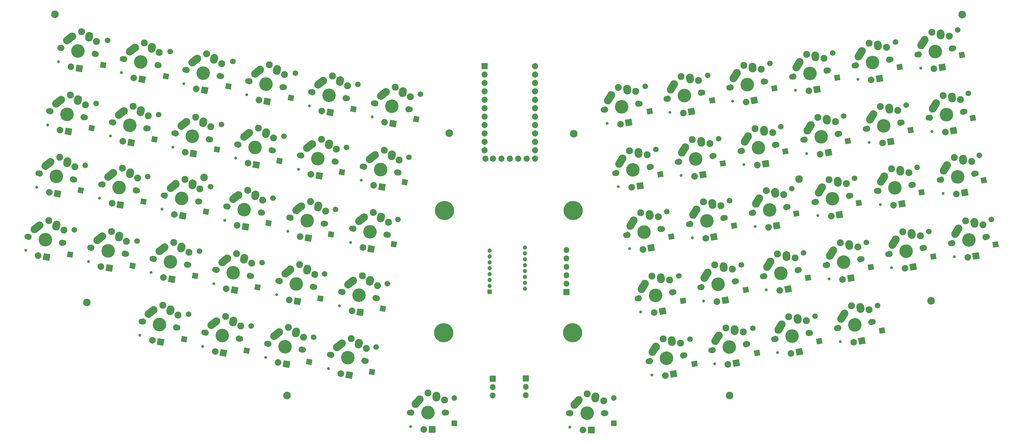
<source format=gbr>
G04 #@! TF.GenerationSoftware,KiCad,Pcbnew,(6.0.7)*
G04 #@! TF.CreationDate,2022-11-03T11:55:31-07:00*
G04 #@! TF.ProjectId,gigan rev2,67696761-6e20-4726-9576-322e6b696361,rev?*
G04 #@! TF.SameCoordinates,Original*
G04 #@! TF.FileFunction,Soldermask,Top*
G04 #@! TF.FilePolarity,Negative*
%FSLAX46Y46*%
G04 Gerber Fmt 4.6, Leading zero omitted, Abs format (unit mm)*
G04 Created by KiCad (PCBNEW (6.0.7)) date 2022-11-03 11:55:31*
%MOMM*%
%LPD*%
G01*
G04 APERTURE LIST*
G04 Aperture macros list*
%AMRoundRect*
0 Rectangle with rounded corners*
0 $1 Rounding radius*
0 $2 $3 $4 $5 $6 $7 $8 $9 X,Y pos of 4 corners*
0 Add a 4 corners polygon primitive as box body*
4,1,4,$2,$3,$4,$5,$6,$7,$8,$9,$2,$3,0*
0 Add four circle primitives for the rounded corners*
1,1,$1+$1,$2,$3*
1,1,$1+$1,$4,$5*
1,1,$1+$1,$6,$7*
1,1,$1+$1,$8,$9*
0 Add four rect primitives between the rounded corners*
20,1,$1+$1,$2,$3,$4,$5,0*
20,1,$1+$1,$4,$5,$6,$7,0*
20,1,$1+$1,$6,$7,$8,$9,0*
20,1,$1+$1,$8,$9,$2,$3,0*%
%AMHorizOval*
0 Thick line with rounded ends*
0 $1 width*
0 $2 $3 position (X,Y) of the first rounded end (center of the circle)*
0 $4 $5 position (X,Y) of the second rounded end (center of the circle)*
0 Add line between two ends*
20,1,$1,$2,$3,$4,$5,0*
0 Add two circle primitives to create the rounded ends*
1,1,$1,$2,$3*
1,1,$1,$4,$5*%
G04 Aperture macros list end*
%ADD10RoundRect,0.051000X0.648928X-0.926765X0.926765X0.648928X-0.648928X0.926765X-0.926765X-0.648928X0*%
%ADD11HorizOval,1.702000X0.000000X0.000000X0.000000X0.000000X0*%
%ADD12C,1.802000*%
%ADD13C,1.852000*%
%ADD14C,0.902000*%
%ADD15C,4.089800*%
%ADD16HorizOval,2.352000X0.771809X0.605175X-0.771809X-0.605175X0*%
%ADD17C,2.352000*%
%ADD18C,2.102000*%
%ADD19HorizOval,2.352000X0.069832X0.282177X-0.069832X-0.282177X0*%
%ADD20C,2.007000*%
%ADD21RoundRect,0.051000X-1.103429X-0.772629X0.772629X-1.103429X1.103429X0.772629X-0.772629X1.103429X0*%
%ADD22HorizOval,2.352000X0.654995X0.730004X-0.654995X-0.730004X0*%
%ADD23HorizOval,2.352000X0.019771X0.290016X-0.019771X-0.290016X0*%
%ADD24RoundRect,0.051000X-0.952500X-0.952500X0.952500X-0.952500X0.952500X0.952500X-0.952500X0.952500X0*%
%ADD25RoundRect,0.051000X0.926765X-0.648928X0.648928X0.926765X-0.926765X0.648928X-0.648928X-0.926765X0*%
%ADD26HorizOval,1.702000X0.000000X0.000000X0.000000X0.000000X0*%
%ADD27HorizOval,2.352000X0.518281X0.832653X-0.518281X-0.832653X0*%
%ADD28HorizOval,2.352000X-0.030890X0.289043X0.030890X-0.289043X0*%
%ADD29RoundRect,0.051000X-0.772629X-1.103429X1.103429X-0.772629X0.772629X1.103429X-1.103429X0.772629X0*%
%ADD30C,2.302000*%
%ADD31RoundRect,0.051000X-0.850000X-0.850000X0.850000X-0.850000X0.850000X0.850000X-0.850000X0.850000X0*%
%ADD32O,1.802000X1.802000*%
%ADD33C,5.802000*%
%ADD34RoundRect,0.051000X0.800000X-0.800000X0.800000X0.800000X-0.800000X0.800000X-0.800000X-0.800000X0*%
%ADD35O,1.702000X1.702000*%
%ADD36RoundRect,0.051000X-0.876300X0.876300X-0.876300X-0.876300X0.876300X-0.876300X0.876300X0.876300X0*%
%ADD37C,1.854600*%
%ADD38RoundRect,0.051000X-0.600000X-0.600000X0.600000X-0.600000X0.600000X0.600000X-0.600000X0.600000X0*%
%ADD39C,1.302000*%
G04 APERTURE END LIST*
D10*
X115993026Y-139431893D03*
D11*
X117316225Y-131927658D03*
D12*
X169954448Y-87252676D03*
D13*
X180373714Y-89089874D03*
X170368068Y-87325608D03*
D12*
X180787334Y-89162806D03*
D14*
X169500872Y-91437490D03*
D15*
X175370891Y-88207741D03*
D16*
X172831649Y-84439555D03*
D17*
X173603464Y-83834390D03*
D18*
X176395415Y-82397375D03*
X180954793Y-85333712D03*
D19*
X178684159Y-83928050D03*
D17*
X178754435Y-83645984D03*
D20*
X173238052Y-92990031D03*
D21*
X175739464Y-93431098D03*
D12*
X239878000Y-180937600D03*
D13*
X229298000Y-180937600D03*
D12*
X228878000Y-180937600D03*
D15*
X234378000Y-180937600D03*
D13*
X239458000Y-180937600D03*
D14*
X229158000Y-185137600D03*
D22*
X231222995Y-177667596D03*
D17*
X231878000Y-176937600D03*
D18*
X234378000Y-175037600D03*
D17*
X236918000Y-175857600D03*
D18*
X239378000Y-177137600D03*
D23*
X236897771Y-176147584D03*
D20*
X233108000Y-186017600D03*
D24*
X235648000Y-186017600D03*
D10*
X103660042Y-98208416D03*
D11*
X104983241Y-90704181D03*
D12*
X155248945Y-123708539D03*
D15*
X149832502Y-122753474D03*
D13*
X154835325Y-123635607D03*
X144829679Y-121871341D03*
D14*
X143962483Y-125983223D03*
D12*
X144416059Y-121798409D03*
D16*
X147293260Y-118985288D03*
D18*
X150857026Y-116943108D03*
D17*
X148065075Y-118380123D03*
X153216046Y-118191717D03*
D18*
X155416404Y-119879445D03*
D19*
X153145770Y-118473783D03*
D20*
X147699663Y-127535764D03*
D21*
X150201075Y-127976831D03*
D25*
X332100405Y-95386948D03*
D26*
X330777206Y-87882713D03*
D13*
X116863894Y-116940219D03*
D12*
X106444628Y-115103021D03*
D13*
X106858248Y-115175953D03*
D12*
X117277514Y-117013151D03*
D15*
X111861071Y-116058086D03*
D14*
X105991052Y-119287835D03*
D17*
X110093644Y-111684735D03*
D18*
X112885595Y-110247720D03*
D16*
X109321829Y-112289900D03*
D19*
X115174339Y-111778395D03*
D18*
X117444973Y-113184057D03*
D17*
X115244615Y-111496329D03*
D20*
X109728232Y-120840376D03*
D21*
X112229644Y-121281443D03*
D13*
X135824595Y-120283502D03*
D12*
X136238215Y-120356434D03*
D15*
X130821772Y-119401369D03*
D14*
X124951753Y-122631118D03*
D12*
X125405329Y-118446304D03*
D13*
X125818949Y-118519236D03*
D17*
X129054345Y-115028018D03*
D16*
X128282530Y-115633183D03*
D18*
X131846296Y-113591003D03*
D17*
X134205316Y-114839612D03*
D19*
X134135040Y-115121678D03*
D18*
X136405674Y-116527340D03*
D20*
X128688933Y-124183659D03*
D21*
X131190345Y-124624726D03*
D15*
X118438759Y-78169072D03*
D14*
X112568740Y-81398821D03*
D13*
X123441582Y-79051205D03*
D12*
X123855202Y-79124137D03*
D13*
X113435936Y-77286939D03*
D12*
X113022316Y-77214007D03*
D16*
X115899517Y-74400886D03*
D17*
X116671332Y-73795721D03*
D18*
X119463283Y-72358706D03*
X124022661Y-75295043D03*
D19*
X121752027Y-73889381D03*
D17*
X121822303Y-73607315D03*
D20*
X116305920Y-82951362D03*
D21*
X118807332Y-83392429D03*
D13*
X315578966Y-75871381D03*
D14*
X316170415Y-80031884D03*
D15*
X320581789Y-74989248D03*
D12*
X315165346Y-75944313D03*
X325998232Y-74034183D03*
D13*
X325584612Y-74107115D03*
D27*
X316906886Y-72316783D03*
D18*
X319557265Y-69178882D03*
D17*
X317425177Y-71484137D03*
D28*
X322231502Y-69834450D03*
D17*
X322201068Y-69545358D03*
D18*
X324845965Y-70378738D03*
D20*
X320213216Y-80212605D03*
D29*
X322714628Y-79771538D03*
D10*
X175965248Y-129888982D03*
D11*
X177288447Y-122384747D03*
D10*
X160359673Y-108102923D03*
D11*
X161682872Y-100598688D03*
D25*
X328839537Y-76308548D03*
D13*
X110116218Y-96406544D03*
D15*
X115119041Y-97288677D03*
D12*
X109702598Y-96333612D03*
D14*
X109249022Y-100518426D03*
D12*
X120535484Y-98243742D03*
D13*
X120121864Y-98170810D03*
D17*
X113351614Y-92915326D03*
D18*
X116143565Y-91478311D03*
D16*
X112579799Y-93520491D03*
D17*
X118502585Y-92726920D03*
D18*
X120702943Y-94414648D03*
D19*
X118432309Y-93008986D03*
D20*
X112986202Y-102070967D03*
D21*
X115487614Y-102512034D03*
D30*
X143700000Y-175603600D03*
X277456400Y-175552800D03*
D25*
X328839537Y-76308548D03*
D26*
X327516338Y-68804313D03*
D30*
X73596000Y-60440000D03*
D13*
X157127376Y-163294931D03*
D12*
X156713756Y-163221999D03*
D15*
X162130199Y-164177064D03*
D12*
X167546642Y-165132129D03*
D13*
X167133022Y-165059197D03*
D14*
X156260180Y-167406813D03*
D16*
X159590957Y-160408878D03*
D17*
X160362772Y-159803713D03*
D18*
X163154723Y-158366698D03*
D19*
X165443467Y-159897373D03*
D17*
X165513743Y-159615307D03*
D18*
X167714101Y-161303035D03*
D20*
X159997360Y-168959354D03*
D21*
X162498772Y-169400421D03*
D31*
X205879200Y-170472800D03*
D32*
X205879200Y-173012800D03*
X205879200Y-175552800D03*
D12*
X191821200Y-180734400D03*
D13*
X191401200Y-180734400D03*
D15*
X186321200Y-180734400D03*
D14*
X181101200Y-184934400D03*
D12*
X180821200Y-180734400D03*
D13*
X181241200Y-180734400D03*
D22*
X183166195Y-177464396D03*
D17*
X183821200Y-176734400D03*
D18*
X186321200Y-174834400D03*
X191321200Y-176934400D03*
D23*
X188840971Y-175944384D03*
D17*
X188861200Y-175654400D03*
D20*
X185051200Y-185814400D03*
D24*
X187591200Y-185814400D03*
D10*
X97079454Y-136406422D03*
D11*
X98402653Y-128902187D03*
D12*
X261803076Y-105058483D03*
D13*
X262216696Y-104985551D03*
D15*
X267219519Y-104103418D03*
D13*
X272222342Y-103221285D03*
D14*
X262808145Y-109146054D03*
D12*
X272635962Y-103148353D03*
D17*
X264062907Y-100598307D03*
D18*
X266194995Y-98293052D03*
D27*
X263544616Y-101430953D03*
D28*
X268869232Y-98948620D03*
D18*
X271483695Y-99492908D03*
D17*
X268838798Y-98659528D03*
D20*
X266850946Y-109326775D03*
D29*
X269352358Y-108885708D03*
D33*
X230002000Y-156569799D03*
D25*
X320061670Y-136816460D03*
D26*
X318738471Y-129312225D03*
D13*
X132504876Y-139403109D03*
D15*
X127502053Y-138520976D03*
D13*
X122499230Y-137638843D03*
D12*
X132918496Y-139476041D03*
D14*
X121632034Y-141750725D03*
D12*
X122085610Y-137565911D03*
D17*
X125734626Y-134147625D03*
D16*
X124962811Y-134752790D03*
D18*
X128526577Y-132710610D03*
D19*
X130815321Y-134241285D03*
D18*
X133085955Y-135646947D03*
D17*
X130885597Y-133959219D03*
D20*
X125369214Y-143303266D03*
D21*
X127870626Y-143744333D03*
D12*
X329418006Y-93136147D03*
D14*
X319590189Y-99133848D03*
D15*
X324001563Y-94091212D03*
D13*
X329004386Y-93209079D03*
X318998740Y-94973345D03*
D12*
X318585120Y-95046277D03*
D17*
X320844951Y-90586101D03*
D18*
X322977039Y-88280846D03*
D27*
X320326660Y-91418747D03*
D18*
X328265739Y-89480702D03*
D28*
X325651276Y-88936414D03*
D17*
X325620842Y-88647322D03*
D20*
X323632990Y-99314569D03*
D29*
X326134402Y-98873502D03*
D25*
X304544309Y-159102801D03*
D26*
X303221110Y-151598566D03*
D25*
X316488909Y-117431969D03*
D26*
X315165710Y-109927734D03*
D13*
X272323592Y-161843914D03*
X282329238Y-160079648D03*
D15*
X277326415Y-160961781D03*
D12*
X282742858Y-160006716D03*
D14*
X272915041Y-166004417D03*
D12*
X271909972Y-161916846D03*
D27*
X273651512Y-158289316D03*
D17*
X274169803Y-157456670D03*
D18*
X276301891Y-155151415D03*
X281590591Y-156351271D03*
D28*
X278976128Y-155806983D03*
D17*
X278945694Y-155517891D03*
D20*
X276957842Y-166185138D03*
D29*
X279459254Y-165744071D03*
D25*
X338981162Y-133532026D03*
D13*
X265574722Y-123737318D03*
D12*
X265161102Y-123810250D03*
D14*
X266166171Y-127897821D03*
D15*
X270577545Y-122855185D03*
D12*
X275993988Y-121900120D03*
D13*
X275580368Y-121973052D03*
D27*
X266902642Y-120182720D03*
D17*
X267420933Y-119350074D03*
D18*
X269553021Y-117044819D03*
D17*
X272196824Y-117411295D03*
D18*
X274841721Y-118244675D03*
D28*
X272227258Y-117700387D03*
D20*
X270208972Y-128078542D03*
D29*
X272710384Y-127637475D03*
D25*
X335408404Y-114147537D03*
D26*
X334085205Y-106643302D03*
D12*
X258383299Y-85956520D03*
X269216185Y-84046390D03*
D13*
X258796919Y-85883588D03*
X268802565Y-84119322D03*
D15*
X263799742Y-85001455D03*
D14*
X259388368Y-90044091D03*
D18*
X262775218Y-79191089D03*
D27*
X260124839Y-82328990D03*
D17*
X260643130Y-81496344D03*
D28*
X265449455Y-79846657D03*
D18*
X268063918Y-80390945D03*
D17*
X265419021Y-79557565D03*
D20*
X263431169Y-90224812D03*
D29*
X265932581Y-89783745D03*
D25*
X253255697Y-89687602D03*
D26*
X251932498Y-82183367D03*
D14*
X326367990Y-136987578D03*
D15*
X330779364Y-131944942D03*
D13*
X325776541Y-132827075D03*
X335782187Y-131062809D03*
D12*
X325362921Y-132900007D03*
X336195807Y-130989877D03*
D17*
X327622752Y-128439831D03*
D18*
X329754840Y-126134576D03*
D27*
X327104461Y-129272477D03*
D18*
X335043540Y-127334432D03*
D17*
X332398643Y-126501052D03*
D28*
X332429077Y-126790144D03*
D20*
X330410791Y-137168299D03*
D29*
X332912203Y-136727232D03*
D12*
X260453061Y-144345367D03*
D13*
X260039441Y-144418299D03*
D15*
X255036618Y-145300432D03*
D12*
X249620175Y-146255497D03*
D14*
X250625244Y-150343068D03*
D13*
X250033795Y-146182565D03*
D27*
X251361715Y-142627967D03*
D17*
X251880006Y-141795321D03*
D18*
X254012094Y-139490066D03*
X259300794Y-140689922D03*
D28*
X256686331Y-140145634D03*
D17*
X256655897Y-139856542D03*
D20*
X254668045Y-150523789D03*
D29*
X257169457Y-150082722D03*
D25*
X272175189Y-86403170D03*
D26*
X270851990Y-78898935D03*
D12*
X95097151Y-132807119D03*
X84264265Y-130896989D03*
D14*
X83810689Y-135081803D03*
D15*
X89680708Y-131852054D03*
D13*
X94683531Y-132734187D03*
X84677885Y-130969921D03*
D17*
X87913281Y-127478703D03*
D16*
X87141466Y-128083868D03*
D18*
X90705232Y-126041688D03*
X95264610Y-128978025D03*
D17*
X93064252Y-127290297D03*
D19*
X92993976Y-127572363D03*
D20*
X87547869Y-136634344D03*
D21*
X90049281Y-137075411D03*
D15*
X124158770Y-157481678D03*
D14*
X118288751Y-160711427D03*
D13*
X119155947Y-156599545D03*
D12*
X129575213Y-158436743D03*
X118742327Y-156526613D03*
D13*
X129161593Y-158363811D03*
D17*
X122391343Y-153108327D03*
D18*
X125183294Y-151671312D03*
D16*
X121619528Y-153713492D03*
D19*
X127472038Y-153201987D03*
D17*
X127542314Y-152919921D03*
D18*
X129742672Y-154607649D03*
D20*
X122025931Y-162263968D03*
D21*
X124527343Y-162705035D03*
D13*
X91255573Y-93080905D03*
X101261219Y-94845171D03*
D12*
X101674839Y-94918103D03*
D14*
X90388377Y-97192787D03*
D12*
X90841953Y-93007973D03*
D15*
X96258396Y-93963038D03*
D16*
X93719154Y-90194852D03*
D18*
X97282920Y-88152672D03*
D17*
X94490969Y-89589687D03*
X99641940Y-89401281D03*
D19*
X99571664Y-89683347D03*
D18*
X101842298Y-91089009D03*
D20*
X94125557Y-98745328D03*
D21*
X96626969Y-99186395D03*
D12*
X321943146Y-113798043D03*
D13*
X332362412Y-111960845D03*
D14*
X322948215Y-117885614D03*
D13*
X322356766Y-113725111D03*
D12*
X332776032Y-111887913D03*
D15*
X327359589Y-112842978D03*
D17*
X324202977Y-109337867D03*
D27*
X323684686Y-110170513D03*
D18*
X326335065Y-107032612D03*
D28*
X329009302Y-107688180D03*
D17*
X328978868Y-107399088D03*
D18*
X331623765Y-108232468D03*
D20*
X326991016Y-118066335D03*
D29*
X329492428Y-117625268D03*
D30*
X338264000Y-146952400D03*
D10*
X100352044Y-116969005D03*
D11*
X101675243Y-109464770D03*
D25*
X256516565Y-108766002D03*
D26*
X255193366Y-101261767D03*
D25*
X350908121Y-91761138D03*
D26*
X349584922Y-84256903D03*
D10*
X157051677Y-126863511D03*
D11*
X158374876Y-119359276D03*
D25*
X332100405Y-95386948D03*
D14*
X131529441Y-84742104D03*
D12*
X142815903Y-82467420D03*
X131983017Y-80557290D03*
D15*
X137399460Y-81512355D03*
D13*
X142402283Y-82394488D03*
X132396637Y-80630222D03*
D16*
X134860218Y-77744169D03*
D17*
X135632033Y-77139004D03*
D18*
X138423984Y-75701989D03*
D17*
X140783004Y-76950598D03*
D18*
X142983362Y-78638326D03*
D19*
X140712728Y-77232664D03*
D20*
X135266621Y-86294645D03*
D21*
X137768033Y-86735712D03*
D10*
X172692657Y-149326402D03*
D11*
X174015856Y-141822167D03*
D10*
X141457822Y-104718433D03*
D11*
X142781021Y-97214198D03*
D25*
X285736591Y-162728611D03*
D26*
X284413392Y-155224376D03*
D10*
X122573614Y-101233887D03*
D11*
X123896813Y-93729652D03*
D15*
X296337144Y-157609676D03*
D12*
X301753587Y-156654611D03*
D13*
X291334321Y-158491809D03*
D12*
X290920701Y-158564741D03*
D14*
X291925770Y-162652312D03*
D13*
X301339967Y-156727543D03*
D17*
X293180532Y-154104565D03*
D18*
X295312620Y-151799310D03*
D27*
X292662241Y-154937211D03*
D17*
X297956423Y-152165786D03*
D28*
X297986857Y-152454878D03*
D18*
X300601320Y-152999166D03*
D20*
X295968571Y-162833033D03*
D29*
X298469983Y-162391966D03*
D12*
X337545822Y-91702995D03*
D13*
X337959442Y-91630063D03*
D15*
X342962265Y-90747930D03*
D14*
X338550891Y-95790566D03*
D12*
X348378708Y-89792865D03*
D13*
X347965088Y-89865797D03*
D17*
X339805653Y-87242819D03*
D27*
X339287362Y-88075465D03*
D18*
X341937741Y-84937564D03*
D17*
X344581544Y-85304040D03*
D18*
X347226441Y-86137420D03*
D28*
X344611978Y-85593132D03*
D20*
X342593692Y-95971287D03*
D29*
X345095104Y-95530220D03*
D10*
X78177604Y-133021933D03*
D11*
X79500803Y-125517698D03*
D25*
X313180911Y-98671382D03*
D26*
X311857712Y-91167147D03*
D10*
X179273246Y-111128396D03*
D11*
X180596445Y-103624161D03*
D15*
X77297696Y-90619755D03*
D14*
X71427677Y-93849504D03*
D13*
X82300519Y-91501888D03*
D12*
X82714139Y-91574820D03*
D13*
X72294873Y-89737622D03*
D12*
X71881253Y-89664690D03*
D16*
X74758454Y-86851569D03*
D17*
X75530269Y-86246404D03*
D18*
X78322220Y-84809389D03*
X82881598Y-87745726D03*
D17*
X80681240Y-86057998D03*
D19*
X80610964Y-86340064D03*
D20*
X75164857Y-95402045D03*
D21*
X77666269Y-95843112D03*
D10*
X134877234Y-142916441D03*
D11*
X136200433Y-135412206D03*
D12*
X65303564Y-127553704D03*
X76136450Y-129463834D03*
D15*
X70720007Y-128508769D03*
D13*
X65717184Y-127626636D03*
D14*
X64849988Y-131738518D03*
D13*
X75722830Y-129390902D03*
D18*
X71744531Y-122698403D03*
D17*
X68952580Y-124135418D03*
D16*
X68180765Y-124740583D03*
D18*
X76303909Y-125634740D03*
D17*
X74103551Y-123947012D03*
D19*
X74033275Y-124229078D03*
D20*
X68587168Y-133291059D03*
D21*
X71088580Y-133732126D03*
D10*
X126034596Y-82190774D03*
D11*
X127357795Y-74686539D03*
D33*
X191089200Y-156569799D03*
D25*
X301124532Y-140000837D03*
D26*
X299801333Y-132496602D03*
D15*
X292958021Y-138613867D03*
D12*
X287541578Y-139568932D03*
X298374464Y-137658802D03*
D14*
X288546647Y-143656503D03*
D13*
X297960844Y-137731734D03*
X287955198Y-139496000D03*
D17*
X289801409Y-135108756D03*
D18*
X291933497Y-132803501D03*
D27*
X289283118Y-135941402D03*
D17*
X294577300Y-133169977D03*
D18*
X297222197Y-134003357D03*
D28*
X294607734Y-133459069D03*
D20*
X292589448Y-143837224D03*
D29*
X295090860Y-143396157D03*
D30*
X192722000Y-96355600D03*
D33*
X230205200Y-119688999D03*
D25*
X335408404Y-114147537D03*
D10*
X163820657Y-89059809D03*
D14*
X68169707Y-112618913D03*
D13*
X69036903Y-108507031D03*
D12*
X79456169Y-110344229D03*
D13*
X79042549Y-110271297D03*
D15*
X74039726Y-109389164D03*
D12*
X68623283Y-108434099D03*
D17*
X72272299Y-105015813D03*
D18*
X75064250Y-103578798D03*
D16*
X71500484Y-105620978D03*
D17*
X77423270Y-104827407D03*
D18*
X79623628Y-106515135D03*
D19*
X77352994Y-105109473D03*
D20*
X71906887Y-114171454D03*
D21*
X74408299Y-114612521D03*
D15*
X346320291Y-109499695D03*
D12*
X340903848Y-110454760D03*
X351736734Y-108544630D03*
D13*
X341317468Y-110381828D03*
X351323114Y-108617562D03*
D14*
X341908917Y-114542331D03*
D27*
X342645388Y-106827230D03*
D18*
X345295767Y-103689329D03*
D17*
X343163679Y-105994584D03*
D28*
X347970004Y-104344897D03*
D17*
X347939570Y-104055805D03*
D18*
X350584467Y-104889185D03*
D20*
X345951718Y-114723052D03*
D29*
X348453130Y-114281985D03*
D25*
X294243776Y-101855758D03*
D26*
X292920577Y-94351523D03*
D10*
X138149826Y-123479021D03*
D11*
X139473025Y-115974786D03*
D25*
X338981162Y-133532026D03*
D26*
X337657963Y-126027791D03*
D12*
X252949272Y-165260130D03*
D13*
X253362892Y-165187198D03*
D14*
X253954341Y-169347701D03*
D13*
X263368538Y-163422932D03*
D12*
X263782158Y-163350000D03*
D15*
X258365715Y-164305065D03*
D17*
X255209103Y-160799954D03*
D18*
X257341191Y-158494699D03*
D27*
X254690812Y-161632600D03*
D18*
X262629891Y-159694555D03*
D28*
X260015428Y-159150267D03*
D17*
X259984994Y-158861175D03*
D20*
X257997142Y-169528422D03*
D29*
X260498554Y-169087355D03*
D12*
X174209644Y-127051822D03*
D13*
X173796024Y-126978890D03*
D15*
X168793201Y-126096757D03*
D12*
X163376758Y-125141692D03*
D13*
X163790378Y-125214624D03*
D14*
X162923182Y-129326506D03*
D18*
X169817725Y-120286391D03*
D17*
X167025774Y-121723406D03*
D16*
X166253959Y-122328571D03*
D17*
X172176745Y-121535000D03*
D19*
X172106469Y-121817066D03*
D18*
X174377103Y-123222728D03*
D20*
X166660362Y-130879047D03*
D21*
X169161774Y-131320114D03*
D14*
X93708096Y-78073179D03*
D12*
X104994558Y-75798495D03*
X94161672Y-73888365D03*
D13*
X94575292Y-73961297D03*
X104580938Y-75725563D03*
D15*
X99578115Y-74843430D03*
D16*
X97038873Y-71075244D03*
D17*
X97810688Y-70470079D03*
D18*
X100602639Y-69033064D03*
D17*
X102961659Y-70281673D03*
D18*
X105162017Y-71969401D03*
D19*
X102891383Y-70563739D03*
D20*
X97445276Y-79625720D03*
D21*
X99946688Y-80066787D03*
D15*
X315297846Y-154266393D03*
D13*
X310295023Y-155148526D03*
D14*
X310886472Y-159309029D03*
D13*
X320300669Y-153384260D03*
D12*
X309881403Y-155221458D03*
X320714289Y-153311328D03*
D17*
X312141234Y-150761282D03*
D27*
X311622943Y-151593928D03*
D18*
X314273322Y-148456027D03*
D17*
X316917125Y-148822503D03*
D28*
X316947559Y-149111595D03*
D18*
X319562022Y-149655883D03*
D20*
X314929273Y-159489750D03*
D29*
X317430685Y-159048683D03*
D13*
X139082564Y-101514093D03*
D15*
X134079741Y-100631960D03*
D13*
X129076918Y-99749827D03*
D12*
X139496184Y-101587025D03*
D14*
X128209722Y-103861709D03*
D12*
X128663298Y-99676895D03*
D16*
X131540499Y-96863774D03*
D18*
X135104265Y-94821594D03*
D17*
X132312314Y-96258609D03*
D18*
X139663643Y-97757931D03*
D17*
X137463285Y-96070203D03*
D19*
X137393009Y-96352269D03*
D20*
X131946902Y-105414250D03*
D21*
X134448314Y-105855317D03*
D31*
X215836000Y-170437000D03*
D32*
X215836000Y-172977000D03*
X215836000Y-175517000D03*
D14*
X345328691Y-133644295D03*
D13*
X354742888Y-127719526D03*
X344737242Y-129483792D03*
D12*
X355156508Y-127646594D03*
X344323622Y-129556724D03*
D15*
X349740065Y-128601659D03*
D17*
X346583453Y-125096548D03*
D27*
X346065162Y-125929194D03*
D18*
X348715541Y-122791293D03*
D17*
X351359344Y-123157769D03*
D28*
X351389778Y-123446861D03*
D18*
X354004241Y-123991149D03*
D20*
X349371492Y-133825016D03*
D29*
X351872904Y-133383949D03*
D10*
X144918806Y-85675319D03*
D11*
X146242005Y-78171084D03*
D25*
X282316816Y-143626647D03*
D26*
X280993617Y-136122412D03*
D13*
X277757620Y-82540305D03*
D14*
X278349069Y-86700808D03*
D12*
X288176886Y-80703107D03*
D15*
X282760443Y-81658172D03*
D12*
X277344000Y-82613237D03*
D13*
X287763266Y-80776039D03*
D17*
X279603831Y-78153061D03*
D27*
X279085540Y-78985707D03*
D18*
X281735919Y-75847806D03*
D28*
X284410156Y-76503374D03*
D18*
X287024619Y-77047662D03*
D17*
X284379722Y-76214282D03*
D20*
X282391870Y-86881529D03*
D29*
X284893282Y-86440462D03*
D10*
X153779085Y-146300931D03*
D11*
X155102284Y-138796696D03*
D33*
X191089200Y-156569799D03*
D10*
X150459366Y-165420538D03*
D11*
X151782565Y-157916303D03*
D33*
X230002000Y-156569799D03*
D13*
X246614020Y-127080601D03*
D15*
X251616843Y-126198468D03*
D12*
X246200400Y-127153533D03*
X257033286Y-125243403D03*
D14*
X247205469Y-131241104D03*
D13*
X256619666Y-125316335D03*
D18*
X250592319Y-120388102D03*
D27*
X247941940Y-123526003D03*
D17*
X248460231Y-122693357D03*
D28*
X253266556Y-121043670D03*
D17*
X253236122Y-120754578D03*
D18*
X255881019Y-121587958D03*
D20*
X251248270Y-131421825D03*
D29*
X253749682Y-130980758D03*
D13*
X306723968Y-77432755D03*
D12*
X307137588Y-77359823D03*
X296304702Y-79269953D03*
D14*
X297309771Y-83357524D03*
D13*
X296718322Y-79197021D03*
D15*
X301721145Y-78314888D03*
D18*
X300696621Y-72504522D03*
D27*
X298046242Y-75642423D03*
D17*
X298564533Y-74809777D03*
D28*
X303370858Y-73160090D03*
D18*
X305985321Y-73704378D03*
D17*
X303340424Y-72870998D03*
D20*
X301352572Y-83538245D03*
D29*
X303853984Y-83097178D03*
D10*
X107121024Y-79165303D03*
D11*
X108444223Y-71661068D03*
D15*
X153090470Y-103984066D03*
D12*
X158506913Y-104939131D03*
D13*
X148087647Y-103101933D03*
D12*
X147674027Y-103029001D03*
D14*
X147220451Y-107213815D03*
D13*
X158093293Y-104866199D03*
D17*
X151323043Y-99610715D03*
D18*
X154114994Y-98173700D03*
D16*
X150551228Y-100215880D03*
D18*
X158674372Y-101110037D03*
D19*
X156403738Y-99704375D03*
D17*
X156474014Y-99422309D03*
D20*
X150957631Y-108766356D03*
D21*
X153459043Y-109207423D03*
D12*
X313915388Y-115213555D03*
D14*
X304087571Y-121211256D03*
D15*
X308498945Y-116168620D03*
D13*
X313501768Y-115286487D03*
X303496122Y-117050753D03*
D12*
X303082502Y-117123685D03*
D17*
X305342333Y-112663509D03*
D18*
X307474421Y-110358254D03*
D27*
X304824042Y-113496155D03*
D18*
X312763121Y-111558110D03*
D28*
X310148658Y-111013822D03*
D17*
X310118224Y-110724730D03*
D20*
X308130372Y-121391977D03*
D29*
X310631784Y-120950910D03*
D13*
X344545311Y-70763832D03*
D15*
X339542488Y-71645965D03*
D12*
X344958931Y-70690900D03*
X334126045Y-72601030D03*
D14*
X335131114Y-76688601D03*
D13*
X334539665Y-72528098D03*
D27*
X335867585Y-68973500D03*
D18*
X338517964Y-65835599D03*
D17*
X336385876Y-68140854D03*
D28*
X341192201Y-66491167D03*
D17*
X341161767Y-66202075D03*
D18*
X343806664Y-67035455D03*
D20*
X339173915Y-76869322D03*
D29*
X341675327Y-76428255D03*
D10*
X169372939Y-168446009D03*
D11*
X170696138Y-160941774D03*
D14*
X150540170Y-88094207D03*
D12*
X161826632Y-85819523D03*
D13*
X151407366Y-83982325D03*
D15*
X156410189Y-84864458D03*
D12*
X150993746Y-83909393D03*
D13*
X161413012Y-85746591D03*
D18*
X157434713Y-79054092D03*
D16*
X153870947Y-81096272D03*
D17*
X154642762Y-80491107D03*
D18*
X161994091Y-81990429D03*
D17*
X159793733Y-80302701D03*
D19*
X159723457Y-80584767D03*
D20*
X154277350Y-89646748D03*
D21*
X156778762Y-90087815D03*
D10*
X131557515Y-162036048D03*
D11*
X132880714Y-154531813D03*
D10*
X88219173Y-75780813D03*
D11*
X89542372Y-68276578D03*
D30*
X118655600Y-109665200D03*
D32*
X228181224Y-131610323D03*
X228181224Y-134150323D03*
X228181224Y-136690323D03*
X228181224Y-139230323D03*
X228181224Y-141770323D03*
D31*
X228181224Y-144310323D03*
D12*
X99781626Y-153183330D03*
X110614512Y-155093460D03*
D13*
X110200892Y-155020528D03*
D15*
X105198069Y-154138395D03*
D14*
X99328050Y-157368144D03*
D13*
X100195246Y-153256262D03*
D18*
X106222593Y-148328029D03*
D16*
X102658827Y-150370209D03*
D17*
X103430642Y-149765044D03*
D19*
X108511337Y-149858704D03*
D17*
X108581613Y-149576638D03*
D18*
X110781971Y-151264366D03*
D20*
X103065230Y-158920685D03*
D21*
X105566642Y-159361752D03*
D10*
X163820657Y-89059809D03*
D11*
X165143856Y-81555574D03*
D25*
X309920042Y-79592983D03*
D26*
X308596843Y-72088748D03*
D10*
X84758191Y-94823926D03*
D11*
X86081390Y-87319691D03*
D25*
X290982905Y-82777359D03*
D26*
X289659706Y-75273124D03*
D25*
X297551773Y-120616346D03*
D26*
X296228574Y-113112111D03*
D10*
X182734228Y-92085280D03*
D11*
X184057427Y-84581045D03*
D25*
X259824564Y-127526590D03*
D26*
X258501365Y-120022355D03*
D12*
X250255486Y-87389674D03*
D15*
X244839043Y-88344739D03*
D12*
X239422600Y-89299804D03*
D13*
X249841866Y-87462606D03*
X239836220Y-89226872D03*
D14*
X240427669Y-93387375D03*
D17*
X241682431Y-84839628D03*
D18*
X243814519Y-82534373D03*
D27*
X241164140Y-85672274D03*
D28*
X246488756Y-83189941D03*
D18*
X249103219Y-83734229D03*
D17*
X246458322Y-82900849D03*
D20*
X244470470Y-93568096D03*
D29*
X246971882Y-93127029D03*
D13*
X284535421Y-120394035D03*
D14*
X285126870Y-124554538D03*
D12*
X294954687Y-118556837D03*
X284121801Y-120466967D03*
D15*
X289538244Y-119511902D03*
D13*
X294541067Y-118629769D03*
D17*
X286381632Y-116006791D03*
D27*
X285863341Y-116839437D03*
D18*
X288513720Y-113701536D03*
D28*
X291187957Y-114357104D03*
D18*
X293802420Y-114901392D03*
D17*
X291157523Y-114068012D03*
D20*
X289169671Y-124735259D03*
D29*
X291671083Y-124294192D03*
D10*
X81450193Y-113584515D03*
D11*
X82773392Y-106080280D03*
D10*
X112673307Y-158551500D03*
D11*
X113996506Y-151047265D03*
D25*
X266817099Y-166013044D03*
D26*
X265493900Y-158508809D03*
D15*
X305140919Y-97416852D03*
D13*
X310143742Y-96534719D03*
X300138096Y-98298985D03*
D14*
X300729545Y-102459488D03*
D12*
X310557362Y-96461787D03*
X299724476Y-98371917D03*
D17*
X301984307Y-93911741D03*
D18*
X304116395Y-91606486D03*
D27*
X301466016Y-94744387D03*
D17*
X306760198Y-91972962D03*
D18*
X309405095Y-92806342D03*
D28*
X306790632Y-92262054D03*
D20*
X304772346Y-102640209D03*
D29*
X307273758Y-102199142D03*
D13*
X103538529Y-134295560D03*
D14*
X102671333Y-138407442D03*
D13*
X113544175Y-136059826D03*
D12*
X103124909Y-134222628D03*
X113957795Y-136132758D03*
D15*
X108541352Y-135177693D03*
D16*
X106002110Y-131409507D03*
D18*
X109565876Y-129367327D03*
D17*
X106773925Y-130804342D03*
D19*
X111854620Y-130898002D03*
D17*
X111924896Y-130615936D03*
D18*
X114125254Y-132303664D03*
D20*
X106408513Y-139959983D03*
D21*
X108909925Y-140401050D03*
D30*
X230314000Y-96508000D03*
D25*
X354216119Y-110521727D03*
D26*
X352892920Y-103017492D03*
D13*
X170476305Y-146098498D03*
D12*
X160057039Y-144261300D03*
D13*
X160470659Y-144334232D03*
D15*
X165473482Y-145216365D03*
D14*
X159603463Y-148446114D03*
D12*
X170889925Y-146171430D03*
D16*
X162934240Y-141448179D03*
D18*
X166498006Y-139405999D03*
D17*
X163706055Y-140843014D03*
X168857026Y-140654608D03*
D18*
X171057384Y-142342336D03*
D19*
X168786750Y-140936674D03*
D20*
X163340643Y-149998655D03*
D21*
X165842055Y-150439722D03*
D12*
X177467614Y-108282413D03*
D13*
X167048348Y-106445215D03*
X177053994Y-108209481D03*
D14*
X166181152Y-110557097D03*
D15*
X172051171Y-107327348D03*
D12*
X166634728Y-106372283D03*
D18*
X173075695Y-101516982D03*
D17*
X170283744Y-102953997D03*
D16*
X169511929Y-103559162D03*
D18*
X177635073Y-104453319D03*
D17*
X175434715Y-102765591D03*
D19*
X175364439Y-103047657D03*
D20*
X169918332Y-112109638D03*
D21*
X172419744Y-112550705D03*
D34*
X242455200Y-183934800D03*
D35*
X242455200Y-176314800D03*
D30*
X298386000Y-110173200D03*
D36*
X203440800Y-76086400D03*
D37*
X203440800Y-78626400D03*
X203440800Y-81166400D03*
X203440800Y-83706400D03*
X203440800Y-86246400D03*
X203440800Y-88786400D03*
X203440800Y-91326400D03*
X203440800Y-93866400D03*
X203440800Y-96406400D03*
X203440800Y-98946400D03*
X203440800Y-101486400D03*
X203669400Y-104026400D03*
X218680800Y-104026400D03*
X218680800Y-101486400D03*
X218680800Y-98946400D03*
X218680800Y-96406400D03*
X218680800Y-93866400D03*
X218680800Y-91326400D03*
X218680800Y-88786400D03*
X218680800Y-86246400D03*
X218680800Y-83706400D03*
X218680800Y-81166400D03*
X218680800Y-78626400D03*
X218680800Y-76086400D03*
X205980800Y-104026400D03*
X208520800Y-104026400D03*
X211060800Y-104026400D03*
X213600800Y-104026400D03*
X216140800Y-104026400D03*
D12*
X268580876Y-142912214D03*
D13*
X268994496Y-142839282D03*
D12*
X279413762Y-141002084D03*
D14*
X269585945Y-146999785D03*
D13*
X279000142Y-141075016D03*
D15*
X273997319Y-141957149D03*
D17*
X270840707Y-138452038D03*
D18*
X272972795Y-136146783D03*
D27*
X270322416Y-139284684D03*
D18*
X278261495Y-137346639D03*
D28*
X275647032Y-136802351D03*
D17*
X275616598Y-136513259D03*
D20*
X273628746Y-147180506D03*
D29*
X276130158Y-146739439D03*
D34*
X194296800Y-183985600D03*
D35*
X194296800Y-176365600D03*
D14*
X243847443Y-112489339D03*
D12*
X253675260Y-106491638D03*
D13*
X253261640Y-106564570D03*
D12*
X242842374Y-108401768D03*
D15*
X248258817Y-107446703D03*
D13*
X243255994Y-108328836D03*
D17*
X245102205Y-103941592D03*
D18*
X247234293Y-101636337D03*
D27*
X244583914Y-104774238D03*
D28*
X249908530Y-102291905D03*
D17*
X249878096Y-102002813D03*
D18*
X252522993Y-102836193D03*
D20*
X247890244Y-112670060D03*
D29*
X250391656Y-112228993D03*
D25*
X323481444Y-155918424D03*
D26*
X322158245Y-148414189D03*
D13*
X148172322Y-161715914D03*
D14*
X137299480Y-164063530D03*
D12*
X148585942Y-161788846D03*
D13*
X138166676Y-159951648D03*
D15*
X143169499Y-160833781D03*
D12*
X137753056Y-159878716D03*
D17*
X141402072Y-156460430D03*
D18*
X144194023Y-155023415D03*
D16*
X140630257Y-157065595D03*
D18*
X148753401Y-157959752D03*
D19*
X146482767Y-156554090D03*
D17*
X146553043Y-156272024D03*
D20*
X141036660Y-165616071D03*
D21*
X143538072Y-166057138D03*
D30*
X347712800Y-60541600D03*
D13*
X281177395Y-101642269D03*
D12*
X280763775Y-101715201D03*
D15*
X286180218Y-100760136D03*
D12*
X291596661Y-99805071D03*
D13*
X291183041Y-99878003D03*
D14*
X281768844Y-105802772D03*
D18*
X285155694Y-94949770D03*
D27*
X282505315Y-98087671D03*
D17*
X283023606Y-97255025D03*
D18*
X290444394Y-96149626D03*
D28*
X287829931Y-95605338D03*
D17*
X287799497Y-95316246D03*
D20*
X285811645Y-105983493D03*
D29*
X288313057Y-105542426D03*
D25*
X347647253Y-72682738D03*
D26*
X346324054Y-65178503D03*
D25*
X263397322Y-146911080D03*
D26*
X262074123Y-139406845D03*
D25*
X357788880Y-129906216D03*
D26*
X356465681Y-122401981D03*
D30*
X83248000Y-147460400D03*
D12*
X151929226Y-142828147D03*
D15*
X146512783Y-141873082D03*
D13*
X141509960Y-140990949D03*
D14*
X140642764Y-145102831D03*
D12*
X141096340Y-140918017D03*
D13*
X151515606Y-142755215D03*
D16*
X143973541Y-138104896D03*
D18*
X147537307Y-136062716D03*
D17*
X144745356Y-137499731D03*
D19*
X149826051Y-137593391D03*
D17*
X149896327Y-137311325D03*
D18*
X152096685Y-138999053D03*
D20*
X144379944Y-146655372D03*
D21*
X146881356Y-147096439D03*
D10*
X119265616Y-119994476D03*
D11*
X120588815Y-112490241D03*
D12*
X75200972Y-70545082D03*
D13*
X75614592Y-70618014D03*
X85620238Y-72382280D03*
D12*
X86033858Y-72455212D03*
D14*
X74747396Y-74729896D03*
D15*
X80617415Y-71500147D03*
D18*
X81641939Y-65689781D03*
D17*
X78849988Y-67126796D03*
D16*
X78078173Y-67731961D03*
D17*
X84000959Y-66938390D03*
D19*
X83930683Y-67220456D03*
D18*
X86201317Y-68626118D03*
D20*
X78484576Y-76282437D03*
D21*
X80985988Y-76723504D03*
D13*
X98003250Y-113614579D03*
D15*
X93000427Y-112732446D03*
D12*
X98416870Y-113687511D03*
X87583984Y-111777381D03*
D13*
X87997604Y-111850313D03*
D14*
X87130408Y-115962195D03*
D16*
X90461185Y-108964260D03*
D17*
X91233000Y-108359095D03*
D18*
X94024951Y-106922080D03*
D17*
X96383971Y-108170689D03*
D18*
X98584329Y-109858417D03*
D19*
X96313695Y-108452755D03*
D20*
X90867588Y-117514736D03*
D21*
X93369000Y-117955803D03*
D25*
X278744056Y-124242156D03*
D26*
X277420857Y-116737921D03*
D13*
X316921543Y-134388451D03*
D12*
X306502277Y-136225649D03*
D15*
X311918720Y-135270584D03*
D13*
X306915897Y-136152717D03*
D14*
X307507346Y-140313220D03*
D12*
X317335163Y-134315519D03*
D27*
X308243817Y-132598119D03*
D18*
X310894196Y-129460218D03*
D17*
X308762108Y-131765473D03*
D18*
X316182896Y-130660074D03*
D28*
X313568433Y-130115786D03*
D17*
X313537999Y-129826694D03*
D20*
X311550147Y-140493941D03*
D29*
X314051559Y-140052874D03*
D33*
X191292400Y-119688999D03*
D25*
X275436060Y-105481568D03*
D26*
X274112861Y-97977333D03*
D38*
X204917224Y-144228323D03*
D39*
X204917224Y-142448323D03*
X204917224Y-140668323D03*
X204917224Y-138888323D03*
X204917224Y-137108323D03*
X204917224Y-135328323D03*
X204917224Y-133548323D03*
X204917224Y-131768323D03*
X215617224Y-130878323D03*
X215617224Y-132658323D03*
X215617224Y-134438323D03*
X215617224Y-136218323D03*
X215617224Y-137998323D03*
X215617224Y-139778323D03*
X215617224Y-141558323D03*
X215617224Y-143338323D03*
M02*

</source>
